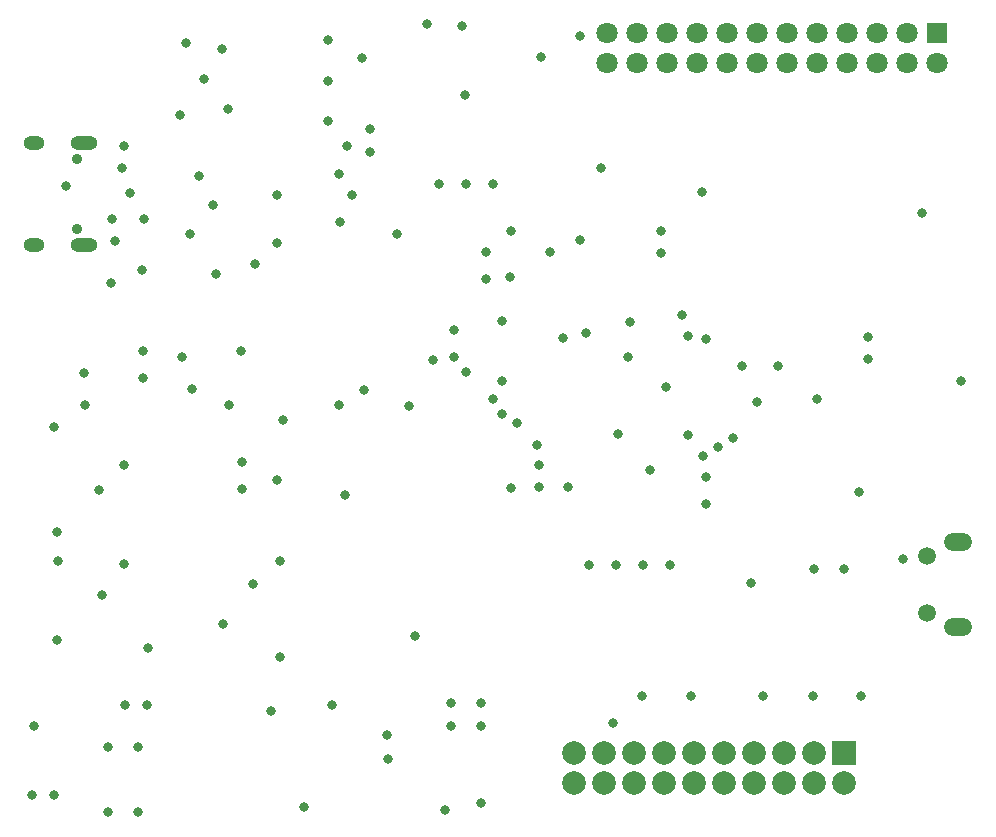
<source format=gbs>
G04*
G04 #@! TF.GenerationSoftware,Altium Limited,Altium Designer,21.6.4 (81)*
G04*
G04 Layer_Color=16711935*
%FSLAX25Y25*%
%MOIN*%
G70*
G04*
G04 #@! TF.SameCoordinates,D17E0072-19AB-4E61-9357-99CEFC96D61D*
G04*
G04*
G04 #@! TF.FilePolarity,Negative*
G04*
G01*
G75*
%ADD61C,0.03556*%
%ADD62O,0.07099X0.04737*%
%ADD63O,0.09068X0.04737*%
%ADD64R,0.07887X0.07887*%
%ADD65C,0.07887*%
%ADD66O,0.09461X0.05918*%
%ADD67C,0.05918*%
%ADD68R,0.07099X0.07099*%
%ADD69C,0.07099*%
%ADD70C,0.03162*%
D61*
X25940Y203967D02*
D03*
Y227432D02*
D03*
D62*
X11570Y198692D02*
D03*
Y232708D02*
D03*
D63*
X28027Y198692D02*
D03*
Y232708D02*
D03*
D64*
X281500Y29500D02*
D03*
D65*
Y19500D02*
D03*
X271500Y29500D02*
D03*
Y19500D02*
D03*
X261500Y29500D02*
D03*
Y19500D02*
D03*
X251500Y29500D02*
D03*
Y19500D02*
D03*
X241500Y29500D02*
D03*
Y19500D02*
D03*
X231500Y29500D02*
D03*
Y19500D02*
D03*
X221500Y29500D02*
D03*
Y19500D02*
D03*
X211500Y29500D02*
D03*
Y19500D02*
D03*
X201500Y29500D02*
D03*
Y19500D02*
D03*
X191500Y29500D02*
D03*
Y19500D02*
D03*
D66*
X319479Y99791D02*
D03*
Y71445D02*
D03*
D67*
X308967Y76071D02*
D03*
Y95165D02*
D03*
D68*
X312500Y269500D02*
D03*
D69*
Y259500D02*
D03*
X302500Y269500D02*
D03*
Y259500D02*
D03*
X292500Y269500D02*
D03*
Y259500D02*
D03*
X282500Y269500D02*
D03*
Y259500D02*
D03*
X272500Y269500D02*
D03*
Y259500D02*
D03*
X262500Y269500D02*
D03*
Y259500D02*
D03*
X252500Y269500D02*
D03*
Y259500D02*
D03*
X242500Y269500D02*
D03*
Y259500D02*
D03*
X232500Y269500D02*
D03*
Y259500D02*
D03*
X222500Y269500D02*
D03*
Y259500D02*
D03*
X212500Y269500D02*
D03*
Y259500D02*
D03*
X202500Y269500D02*
D03*
Y259500D02*
D03*
D70*
X41300Y231700D02*
D03*
X38400Y200100D02*
D03*
X37400Y207200D02*
D03*
X113240Y222500D02*
D03*
X40800Y224300D02*
D03*
X123500Y237240D02*
D03*
X162020Y196500D02*
D03*
X234100Y216500D02*
D03*
X227500Y175500D02*
D03*
X301200Y93900D02*
D03*
X187793Y167793D02*
D03*
X195600Y169500D02*
D03*
X66500Y221547D02*
D03*
X71200Y212100D02*
D03*
X115800Y231700D02*
D03*
X47900Y163400D02*
D03*
X47760Y154500D02*
D03*
X94500Y140240D02*
D03*
X113240Y145500D02*
D03*
X10760Y15500D02*
D03*
X36000Y9585D02*
D03*
Y31415D02*
D03*
X46000D02*
D03*
X49240Y45500D02*
D03*
X93500Y61240D02*
D03*
X84500Y85760D02*
D03*
X93500Y93240D02*
D03*
X80700Y117445D02*
D03*
X115240Y115500D02*
D03*
X196500Y92020D02*
D03*
X205500D02*
D03*
X214500D02*
D03*
X270980Y48500D02*
D03*
X214020D02*
D03*
X254500D02*
D03*
X230500D02*
D03*
X150500Y45980D02*
D03*
X160500D02*
D03*
Y12760D02*
D03*
X220500Y203500D02*
D03*
X320326Y153500D02*
D03*
X272500Y147248D02*
D03*
X286500Y116500D02*
D03*
X281500Y90760D02*
D03*
X223500Y92020D02*
D03*
X235500Y112500D02*
D03*
Y121500D02*
D03*
X170600Y117760D02*
D03*
X179700Y118020D02*
D03*
X206200Y135800D02*
D03*
X162020Y187500D02*
D03*
X146500Y218980D02*
D03*
X113500Y206500D02*
D03*
X85240Y192500D02*
D03*
X76000Y244000D02*
D03*
X74000Y264000D02*
D03*
X60000Y242000D02*
D03*
X62000Y266000D02*
D03*
X68000Y254000D02*
D03*
X109310Y266886D02*
D03*
Y253500D02*
D03*
X154000Y271740D02*
D03*
X142500Y272240D02*
D03*
X155265Y248557D02*
D03*
X34000Y81939D02*
D03*
X19000Y103061D02*
D03*
Y67061D02*
D03*
X33000Y116939D02*
D03*
X287240Y48500D02*
D03*
X271500Y90760D02*
D03*
X289480Y168118D02*
D03*
Y160638D02*
D03*
X220500Y196020D02*
D03*
X189300Y118100D02*
D03*
X179700Y125500D02*
D03*
X179200Y132000D02*
D03*
X216760Y123760D02*
D03*
X170000Y188000D02*
D03*
X123500Y229760D02*
D03*
X164500Y218980D02*
D03*
X155500Y218930D02*
D03*
X109310Y240114D02*
D03*
X48020Y207500D02*
D03*
X28043Y155965D02*
D03*
X160500Y38500D02*
D03*
X148500Y10500D02*
D03*
X150500Y38500D02*
D03*
X128999Y35240D02*
D03*
X129382Y27500D02*
D03*
X101500Y11500D02*
D03*
X41760Y45500D02*
D03*
X46000Y9585D02*
D03*
X18240Y15500D02*
D03*
X18000Y138061D02*
D03*
X80700Y126500D02*
D03*
X92500Y120500D02*
D03*
X138500Y68500D02*
D03*
X151500Y170500D02*
D03*
X167500Y173500D02*
D03*
X144500Y160500D02*
D03*
X151500Y161500D02*
D03*
X155500Y156500D02*
D03*
X132500Y202500D02*
D03*
X234500Y128500D02*
D03*
X239500Y131500D02*
D03*
X244500Y134500D02*
D03*
X229500Y135500D02*
D03*
X183500Y196500D02*
D03*
X204500Y39500D02*
D03*
X250417Y86013D02*
D03*
X209500Y161500D02*
D03*
X247500Y158500D02*
D03*
X222230Y151364D02*
D03*
X307500Y209500D02*
D03*
X252500Y146500D02*
D03*
X259500Y158500D02*
D03*
X229500Y168500D02*
D03*
X235500Y167500D02*
D03*
X200500Y224500D02*
D03*
X193500Y268500D02*
D03*
X180500Y261500D02*
D03*
X193500Y200500D02*
D03*
X210205Y172937D02*
D03*
X167500Y153500D02*
D03*
X164500Y147500D02*
D03*
X167500Y142500D02*
D03*
X172500Y139500D02*
D03*
X136500Y145086D02*
D03*
X170500Y203500D02*
D03*
X41500Y125500D02*
D03*
X74500Y72500D02*
D03*
X43359Y215922D02*
D03*
X117500Y215500D02*
D03*
X47500Y190500D02*
D03*
X37000Y185945D02*
D03*
X63500Y202500D02*
D03*
X60640Y161400D02*
D03*
X64142Y150635D02*
D03*
X72078Y189129D02*
D03*
X80500Y163500D02*
D03*
X76500Y145500D02*
D03*
X92500Y199500D02*
D03*
X22036Y218340D02*
D03*
X92500Y215500D02*
D03*
X121500Y150500D02*
D03*
X120838Y260871D02*
D03*
X110935Y45238D02*
D03*
X49500Y64500D02*
D03*
X28500Y145308D02*
D03*
X90500Y43500D02*
D03*
X11500Y38500D02*
D03*
X19500Y93500D02*
D03*
X41500Y92500D02*
D03*
M02*

</source>
